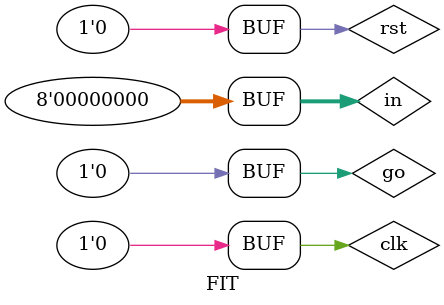
<source format=v>
`timescale 1ns / 1ps


module FIT;

	// Inputs
	reg [7:0] in;
	reg go;
	reg rst;
	reg clk;

	// Outputs
	wire [15:0] y;

	// Instantiate the Unit Under Test (UUT)
	FIR uut (
		.in(in), 
		.go(go), 
		.rst(rst), 
		.clk(clk), 
		.y(y)
	);

	initial begin
		// Initialize Inputs
		in = 0;
		go = 0;
		rst = 0;
		clk = 0;

		// Wait 100 ns for global reset to finish
		#100;
        
		// Add stimulus here

	end
      
endmodule


</source>
